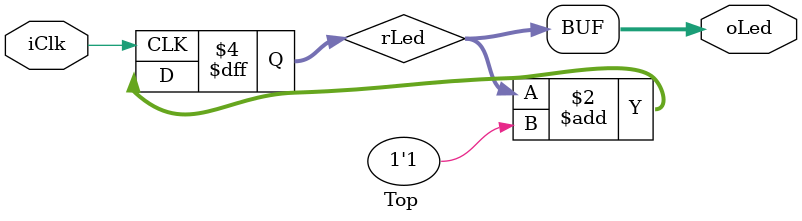
<source format=v>
module Top (
	input 			iClk,
	output 	[7:0]	oLed
);

reg [7:0] rLed = 8'd0;

always @(posedge iClk)
begin
	rLed <= rLed + 1'b1;
end

assign oLed = rLed;

endmodule
</source>
